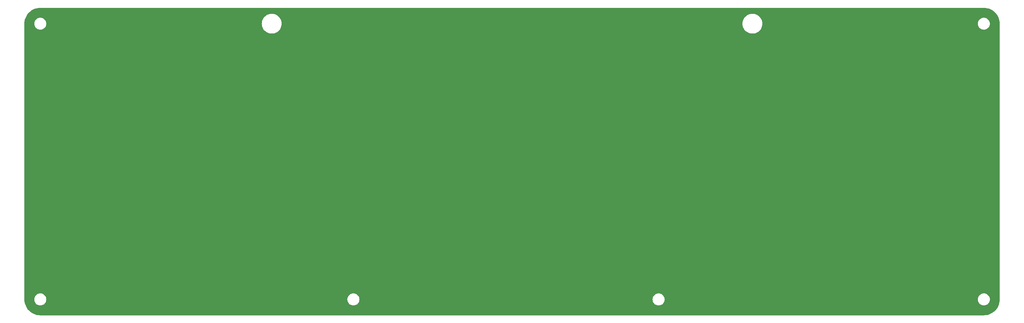
<source format=gbl>
%TF.GenerationSoftware,KiCad,Pcbnew,(6.0.0-0)*%
%TF.CreationDate,2022-04-10T20:25:53+02:00*%
%TF.ProjectId,litl_base,6c69746c-5f62-4617-9365-2e6b69636164,rev?*%
%TF.SameCoordinates,Original*%
%TF.FileFunction,Copper,L2,Bot*%
%TF.FilePolarity,Positive*%
%FSLAX46Y46*%
G04 Gerber Fmt 4.6, Leading zero omitted, Abs format (unit mm)*
G04 Created by KiCad (PCBNEW (6.0.0-0)) date 2022-04-10 20:25:53*
%MOMM*%
%LPD*%
G01*
G04 APERTURE LIST*
G04 APERTURE END LIST*
%TA.AperFunction,NonConductor*%
G36*
X276920057Y-60197000D02*
G01*
X276934858Y-60199305D01*
X276934861Y-60199305D01*
X276943730Y-60200686D01*
X276963626Y-60198084D01*
X276985784Y-60197154D01*
X277337891Y-60213433D01*
X277349480Y-60214507D01*
X277728295Y-60267350D01*
X277739735Y-60269489D01*
X278112059Y-60357058D01*
X278123235Y-60360238D01*
X278304569Y-60421016D01*
X278485894Y-60481790D01*
X278496746Y-60485994D01*
X278846641Y-60640487D01*
X278857059Y-60645675D01*
X279191191Y-60831785D01*
X279201086Y-60837911D01*
X279516636Y-61054068D01*
X279525924Y-61061082D01*
X279820184Y-61305433D01*
X279828784Y-61313274D01*
X280099226Y-61583716D01*
X280107067Y-61592316D01*
X280351418Y-61886576D01*
X280358432Y-61895864D01*
X280574589Y-62211414D01*
X280580715Y-62221309D01*
X280766825Y-62555441D01*
X280772013Y-62565859D01*
X280926506Y-62915754D01*
X280930710Y-62926606D01*
X280991484Y-63107931D01*
X281040199Y-63253273D01*
X281052259Y-63289256D01*
X281055442Y-63300441D01*
X281114493Y-63551512D01*
X281143011Y-63672765D01*
X281145150Y-63684205D01*
X281197993Y-64063020D01*
X281199067Y-64074609D01*
X281215003Y-64419316D01*
X281213638Y-64444515D01*
X281211814Y-64456230D01*
X281212978Y-64465132D01*
X281212978Y-64465135D01*
X281215936Y-64487751D01*
X281217000Y-64504089D01*
X281217000Y-138425672D01*
X281215500Y-138445056D01*
X281211814Y-138468730D01*
X281213279Y-138479930D01*
X281214416Y-138488626D01*
X281215346Y-138510784D01*
X281199067Y-138862891D01*
X281197993Y-138874480D01*
X281145150Y-139253295D01*
X281143011Y-139264735D01*
X281060419Y-139615898D01*
X281055444Y-139637050D01*
X281052262Y-139648235D01*
X281007123Y-139782910D01*
X280930710Y-140010894D01*
X280926506Y-140021746D01*
X280772013Y-140371641D01*
X280766825Y-140382059D01*
X280580715Y-140716191D01*
X280574589Y-140726086D01*
X280358432Y-141041636D01*
X280351418Y-141050924D01*
X280107067Y-141345184D01*
X280099226Y-141353784D01*
X279828784Y-141624226D01*
X279820184Y-141632067D01*
X279525924Y-141876418D01*
X279516636Y-141883432D01*
X279201086Y-142099589D01*
X279191191Y-142105715D01*
X278857059Y-142291825D01*
X278846641Y-142297013D01*
X278496746Y-142451506D01*
X278485894Y-142455710D01*
X278304569Y-142516485D01*
X278123235Y-142577262D01*
X278112059Y-142580442D01*
X277826543Y-142647594D01*
X277739735Y-142668011D01*
X277728295Y-142670150D01*
X277349480Y-142722993D01*
X277337892Y-142724067D01*
X277314632Y-142725142D01*
X276993184Y-142740003D01*
X276967985Y-142738638D01*
X276965142Y-142738195D01*
X276965140Y-142738195D01*
X276956270Y-142736814D01*
X276947368Y-142737978D01*
X276947365Y-142737978D01*
X276924749Y-142740936D01*
X276908411Y-142742000D01*
X23924328Y-142742000D01*
X23904943Y-142740500D01*
X23890142Y-142738195D01*
X23890139Y-142738195D01*
X23881270Y-142736814D01*
X23862105Y-142739320D01*
X23861374Y-142739416D01*
X23839216Y-142740346D01*
X23487109Y-142724067D01*
X23475520Y-142722993D01*
X23096705Y-142670150D01*
X23085265Y-142668011D01*
X22998457Y-142647594D01*
X22712941Y-142580442D01*
X22701765Y-142577262D01*
X22520431Y-142516485D01*
X22339106Y-142455710D01*
X22328254Y-142451506D01*
X21978359Y-142297013D01*
X21967941Y-142291825D01*
X21633809Y-142105715D01*
X21623914Y-142099589D01*
X21308364Y-141883432D01*
X21299076Y-141876418D01*
X21004816Y-141632067D01*
X20996216Y-141624226D01*
X20725774Y-141353784D01*
X20717933Y-141345184D01*
X20473582Y-141050924D01*
X20466568Y-141041636D01*
X20250411Y-140726086D01*
X20244285Y-140716191D01*
X20058175Y-140382059D01*
X20052987Y-140371641D01*
X19898494Y-140021746D01*
X19894290Y-140010894D01*
X19817877Y-139782910D01*
X19772738Y-139648235D01*
X19769556Y-139637050D01*
X19764582Y-139615898D01*
X19681989Y-139264735D01*
X19679850Y-139253295D01*
X19627007Y-138874480D01*
X19625933Y-138862891D01*
X19610170Y-138521926D01*
X19611781Y-138495209D01*
X19612264Y-138492338D01*
X19612264Y-138492333D01*
X19613071Y-138487539D01*
X19613224Y-138475000D01*
X22261526Y-138475000D01*
X22281391Y-138727403D01*
X22282545Y-138732210D01*
X22282546Y-138732216D01*
X22315315Y-138868709D01*
X22340495Y-138973591D01*
X22437384Y-139207502D01*
X22569672Y-139423376D01*
X22734102Y-139615898D01*
X22926624Y-139780328D01*
X23142498Y-139912616D01*
X23147068Y-139914509D01*
X23147072Y-139914511D01*
X23371836Y-140007611D01*
X23376409Y-140009505D01*
X23427397Y-140021746D01*
X23617784Y-140067454D01*
X23617790Y-140067455D01*
X23622597Y-140068609D01*
X23722416Y-140076465D01*
X23809345Y-140083307D01*
X23809352Y-140083307D01*
X23811801Y-140083500D01*
X23938199Y-140083500D01*
X23940648Y-140083307D01*
X23940655Y-140083307D01*
X24027584Y-140076465D01*
X24127403Y-140068609D01*
X24132210Y-140067455D01*
X24132216Y-140067454D01*
X24322603Y-140021746D01*
X24373591Y-140009505D01*
X24378164Y-140007611D01*
X24602928Y-139914511D01*
X24602932Y-139914509D01*
X24607502Y-139912616D01*
X24823376Y-139780328D01*
X25015898Y-139615898D01*
X25180328Y-139423376D01*
X25312616Y-139207502D01*
X25409505Y-138973591D01*
X25434685Y-138868709D01*
X25467454Y-138732216D01*
X25467455Y-138732210D01*
X25468609Y-138727403D01*
X25488474Y-138475000D01*
X106240626Y-138475000D01*
X106260491Y-138727403D01*
X106261645Y-138732210D01*
X106261646Y-138732216D01*
X106294415Y-138868709D01*
X106319595Y-138973591D01*
X106416484Y-139207502D01*
X106548772Y-139423376D01*
X106713202Y-139615898D01*
X106905724Y-139780328D01*
X107121598Y-139912616D01*
X107126168Y-139914509D01*
X107126172Y-139914511D01*
X107350936Y-140007611D01*
X107355509Y-140009505D01*
X107406497Y-140021746D01*
X107596884Y-140067454D01*
X107596890Y-140067455D01*
X107601697Y-140068609D01*
X107701516Y-140076465D01*
X107788445Y-140083307D01*
X107788452Y-140083307D01*
X107790901Y-140083500D01*
X107917299Y-140083500D01*
X107919748Y-140083307D01*
X107919755Y-140083307D01*
X108006684Y-140076465D01*
X108106503Y-140068609D01*
X108111310Y-140067455D01*
X108111316Y-140067454D01*
X108301703Y-140021746D01*
X108352691Y-140009505D01*
X108357264Y-140007611D01*
X108582028Y-139914511D01*
X108582032Y-139914509D01*
X108586602Y-139912616D01*
X108802476Y-139780328D01*
X108994998Y-139615898D01*
X109159428Y-139423376D01*
X109291716Y-139207502D01*
X109388605Y-138973591D01*
X109413785Y-138868709D01*
X109446554Y-138732216D01*
X109446555Y-138732210D01*
X109447709Y-138727403D01*
X109467574Y-138475000D01*
X188107326Y-138475000D01*
X188127191Y-138727403D01*
X188128345Y-138732210D01*
X188128346Y-138732216D01*
X188161115Y-138868709D01*
X188186295Y-138973591D01*
X188283184Y-139207502D01*
X188415472Y-139423376D01*
X188579902Y-139615898D01*
X188772424Y-139780328D01*
X188988298Y-139912616D01*
X188992868Y-139914509D01*
X188992872Y-139914511D01*
X189217636Y-140007611D01*
X189222209Y-140009505D01*
X189273197Y-140021746D01*
X189463584Y-140067454D01*
X189463590Y-140067455D01*
X189468397Y-140068609D01*
X189568216Y-140076465D01*
X189655145Y-140083307D01*
X189655152Y-140083307D01*
X189657601Y-140083500D01*
X189783999Y-140083500D01*
X189786448Y-140083307D01*
X189786455Y-140083307D01*
X189873384Y-140076465D01*
X189973203Y-140068609D01*
X189978010Y-140067455D01*
X189978016Y-140067454D01*
X190168403Y-140021746D01*
X190219391Y-140009505D01*
X190223964Y-140007611D01*
X190448728Y-139914511D01*
X190448732Y-139914509D01*
X190453302Y-139912616D01*
X190669176Y-139780328D01*
X190861698Y-139615898D01*
X191026128Y-139423376D01*
X191158416Y-139207502D01*
X191255305Y-138973591D01*
X191280485Y-138868709D01*
X191313254Y-138732216D01*
X191313255Y-138732210D01*
X191314409Y-138727403D01*
X191334274Y-138475000D01*
X275336526Y-138475000D01*
X275356391Y-138727403D01*
X275357545Y-138732210D01*
X275357546Y-138732216D01*
X275390315Y-138868709D01*
X275415495Y-138973591D01*
X275512384Y-139207502D01*
X275644672Y-139423376D01*
X275809102Y-139615898D01*
X276001624Y-139780328D01*
X276217498Y-139912616D01*
X276222068Y-139914509D01*
X276222072Y-139914511D01*
X276446836Y-140007611D01*
X276451409Y-140009505D01*
X276502397Y-140021746D01*
X276692784Y-140067454D01*
X276692790Y-140067455D01*
X276697597Y-140068609D01*
X276797416Y-140076465D01*
X276884345Y-140083307D01*
X276884352Y-140083307D01*
X276886801Y-140083500D01*
X277013199Y-140083500D01*
X277015648Y-140083307D01*
X277015655Y-140083307D01*
X277102584Y-140076465D01*
X277202403Y-140068609D01*
X277207210Y-140067455D01*
X277207216Y-140067454D01*
X277397603Y-140021746D01*
X277448591Y-140009505D01*
X277453164Y-140007611D01*
X277677928Y-139914511D01*
X277677932Y-139914509D01*
X277682502Y-139912616D01*
X277898376Y-139780328D01*
X278090898Y-139615898D01*
X278255328Y-139423376D01*
X278387616Y-139207502D01*
X278484505Y-138973591D01*
X278509685Y-138868709D01*
X278542454Y-138732216D01*
X278542455Y-138732210D01*
X278543609Y-138727403D01*
X278563474Y-138475000D01*
X278543609Y-138222597D01*
X278484505Y-137976409D01*
X278387616Y-137742498D01*
X278255328Y-137526624D01*
X278090898Y-137334102D01*
X277898376Y-137169672D01*
X277682502Y-137037384D01*
X277677932Y-137035491D01*
X277677928Y-137035489D01*
X277453164Y-136942389D01*
X277453162Y-136942388D01*
X277448591Y-136940495D01*
X277363968Y-136920179D01*
X277207216Y-136882546D01*
X277207210Y-136882545D01*
X277202403Y-136881391D01*
X277102584Y-136873535D01*
X277015655Y-136866693D01*
X277015648Y-136866693D01*
X277013199Y-136866500D01*
X276886801Y-136866500D01*
X276884352Y-136866693D01*
X276884345Y-136866693D01*
X276797416Y-136873535D01*
X276697597Y-136881391D01*
X276692790Y-136882545D01*
X276692784Y-136882546D01*
X276536032Y-136920179D01*
X276451409Y-136940495D01*
X276446838Y-136942388D01*
X276446836Y-136942389D01*
X276222072Y-137035489D01*
X276222068Y-137035491D01*
X276217498Y-137037384D01*
X276001624Y-137169672D01*
X275809102Y-137334102D01*
X275644672Y-137526624D01*
X275512384Y-137742498D01*
X275415495Y-137976409D01*
X275356391Y-138222597D01*
X275336526Y-138475000D01*
X191334274Y-138475000D01*
X191314409Y-138222597D01*
X191255305Y-137976409D01*
X191158416Y-137742498D01*
X191026128Y-137526624D01*
X190861698Y-137334102D01*
X190669176Y-137169672D01*
X190453302Y-137037384D01*
X190448732Y-137035491D01*
X190448728Y-137035489D01*
X190223964Y-136942389D01*
X190223962Y-136942388D01*
X190219391Y-136940495D01*
X190134768Y-136920179D01*
X189978016Y-136882546D01*
X189978010Y-136882545D01*
X189973203Y-136881391D01*
X189873384Y-136873535D01*
X189786455Y-136866693D01*
X189786448Y-136866693D01*
X189783999Y-136866500D01*
X189657601Y-136866500D01*
X189655152Y-136866693D01*
X189655145Y-136866693D01*
X189568216Y-136873535D01*
X189468397Y-136881391D01*
X189463590Y-136882545D01*
X189463584Y-136882546D01*
X189306832Y-136920179D01*
X189222209Y-136940495D01*
X189217638Y-136942388D01*
X189217636Y-136942389D01*
X188992872Y-137035489D01*
X188992868Y-137035491D01*
X188988298Y-137037384D01*
X188772424Y-137169672D01*
X188579902Y-137334102D01*
X188415472Y-137526624D01*
X188283184Y-137742498D01*
X188186295Y-137976409D01*
X188127191Y-138222597D01*
X188107326Y-138475000D01*
X109467574Y-138475000D01*
X109447709Y-138222597D01*
X109388605Y-137976409D01*
X109291716Y-137742498D01*
X109159428Y-137526624D01*
X108994998Y-137334102D01*
X108802476Y-137169672D01*
X108586602Y-137037384D01*
X108582032Y-137035491D01*
X108582028Y-137035489D01*
X108357264Y-136942389D01*
X108357262Y-136942388D01*
X108352691Y-136940495D01*
X108268068Y-136920179D01*
X108111316Y-136882546D01*
X108111310Y-136882545D01*
X108106503Y-136881391D01*
X108006684Y-136873535D01*
X107919755Y-136866693D01*
X107919748Y-136866693D01*
X107917299Y-136866500D01*
X107790901Y-136866500D01*
X107788452Y-136866693D01*
X107788445Y-136866693D01*
X107701516Y-136873535D01*
X107601697Y-136881391D01*
X107596890Y-136882545D01*
X107596884Y-136882546D01*
X107440132Y-136920179D01*
X107355509Y-136940495D01*
X107350938Y-136942388D01*
X107350936Y-136942389D01*
X107126172Y-137035489D01*
X107126168Y-137035491D01*
X107121598Y-137037384D01*
X106905724Y-137169672D01*
X106713202Y-137334102D01*
X106548772Y-137526624D01*
X106416484Y-137742498D01*
X106319595Y-137976409D01*
X106260491Y-138222597D01*
X106240626Y-138475000D01*
X25488474Y-138475000D01*
X25468609Y-138222597D01*
X25409505Y-137976409D01*
X25312616Y-137742498D01*
X25180328Y-137526624D01*
X25015898Y-137334102D01*
X24823376Y-137169672D01*
X24607502Y-137037384D01*
X24602932Y-137035491D01*
X24602928Y-137035489D01*
X24378164Y-136942389D01*
X24378162Y-136942388D01*
X24373591Y-136940495D01*
X24288968Y-136920179D01*
X24132216Y-136882546D01*
X24132210Y-136882545D01*
X24127403Y-136881391D01*
X24027584Y-136873535D01*
X23940655Y-136866693D01*
X23940648Y-136866693D01*
X23938199Y-136866500D01*
X23811801Y-136866500D01*
X23809352Y-136866693D01*
X23809345Y-136866693D01*
X23722416Y-136873535D01*
X23622597Y-136881391D01*
X23617790Y-136882545D01*
X23617784Y-136882546D01*
X23461032Y-136920179D01*
X23376409Y-136940495D01*
X23371838Y-136942388D01*
X23371836Y-136942389D01*
X23147072Y-137035489D01*
X23147068Y-137035491D01*
X23142498Y-137037384D01*
X22926624Y-137169672D01*
X22734102Y-137334102D01*
X22569672Y-137526624D01*
X22437384Y-137742498D01*
X22340495Y-137976409D01*
X22281391Y-138222597D01*
X22261526Y-138475000D01*
X19613224Y-138475000D01*
X19609273Y-138447412D01*
X19608000Y-138429549D01*
X19608000Y-64515707D01*
X19609746Y-64494803D01*
X19612264Y-64479835D01*
X19613071Y-64475039D01*
X19613224Y-64462500D01*
X22261526Y-64462500D01*
X22281391Y-64714903D01*
X22282545Y-64719710D01*
X22282546Y-64719716D01*
X22308869Y-64829360D01*
X22340495Y-64961091D01*
X22342388Y-64965662D01*
X22342389Y-64965664D01*
X22382156Y-65061669D01*
X22437384Y-65195002D01*
X22569672Y-65410876D01*
X22734102Y-65603398D01*
X22926624Y-65767828D01*
X23142498Y-65900116D01*
X23147068Y-65902009D01*
X23147072Y-65902011D01*
X23371836Y-65995111D01*
X23376409Y-65997005D01*
X23461032Y-66017321D01*
X23617784Y-66054954D01*
X23617790Y-66054955D01*
X23622597Y-66056109D01*
X23722416Y-66063965D01*
X23809345Y-66070807D01*
X23809352Y-66070807D01*
X23811801Y-66071000D01*
X23938199Y-66071000D01*
X23940648Y-66070807D01*
X23940655Y-66070807D01*
X24027584Y-66063965D01*
X24127403Y-66056109D01*
X24132210Y-66054955D01*
X24132216Y-66054954D01*
X24288968Y-66017321D01*
X24373591Y-65997005D01*
X24378164Y-65995111D01*
X24602928Y-65902011D01*
X24602932Y-65902009D01*
X24607502Y-65900116D01*
X24823376Y-65767828D01*
X25015898Y-65603398D01*
X25180328Y-65410876D01*
X25312616Y-65195002D01*
X25367845Y-65061669D01*
X25407611Y-64965664D01*
X25407612Y-64965662D01*
X25409505Y-64961091D01*
X25441131Y-64829360D01*
X25467454Y-64719716D01*
X25467455Y-64719710D01*
X25468609Y-64714903D01*
X25484815Y-64508985D01*
X83286854Y-64508985D01*
X83287156Y-64512820D01*
X83305108Y-64740917D01*
X83312370Y-64833195D01*
X83377206Y-65151878D01*
X83480398Y-65460284D01*
X83620405Y-65753816D01*
X83622467Y-65757053D01*
X83622470Y-65757058D01*
X83685099Y-65855365D01*
X83795141Y-66028097D01*
X83797584Y-66031060D01*
X83797585Y-66031062D01*
X83947308Y-66212690D01*
X84002001Y-66279038D01*
X84237902Y-66502899D01*
X84499326Y-66696343D01*
X84640851Y-66776414D01*
X84779019Y-66854586D01*
X84779023Y-66854588D01*
X84782376Y-66856485D01*
X85082832Y-66980938D01*
X85186288Y-67009629D01*
X85392500Y-67066817D01*
X85392508Y-67066819D01*
X85396216Y-67067847D01*
X85717856Y-67115916D01*
X85721154Y-67116060D01*
X85832918Y-67120940D01*
X85832922Y-67120940D01*
X85834294Y-67121000D01*
X86032598Y-67121000D01*
X86274605Y-67106198D01*
X86278388Y-67105497D01*
X86278395Y-67105496D01*
X86478459Y-67068416D01*
X86594372Y-67046933D01*
X86803682Y-66980938D01*
X86900860Y-66950298D01*
X86900863Y-66950297D01*
X86904532Y-66949140D01*
X86908029Y-66947546D01*
X86908035Y-66947544D01*
X87196954Y-66815876D01*
X87196958Y-66815874D01*
X87200462Y-66814277D01*
X87477751Y-66644354D01*
X87480755Y-66641964D01*
X87480760Y-66641961D01*
X87605007Y-66543130D01*
X87732264Y-66441905D01*
X87734958Y-66439164D01*
X87734962Y-66439160D01*
X87957513Y-66212690D01*
X87957517Y-66212685D01*
X87960208Y-66209947D01*
X88158185Y-65951939D01*
X88323242Y-65671727D01*
X88452920Y-65373488D01*
X88545285Y-65061669D01*
X88598961Y-64740917D01*
X88609087Y-64508985D01*
X212211854Y-64508985D01*
X212212156Y-64512820D01*
X212230108Y-64740917D01*
X212237370Y-64833195D01*
X212302206Y-65151878D01*
X212405398Y-65460284D01*
X212545405Y-65753816D01*
X212547467Y-65757053D01*
X212547470Y-65757058D01*
X212610099Y-65855365D01*
X212720141Y-66028097D01*
X212722584Y-66031060D01*
X212722585Y-66031062D01*
X212872308Y-66212690D01*
X212927001Y-66279038D01*
X213162902Y-66502899D01*
X213424326Y-66696343D01*
X213565851Y-66776414D01*
X213704019Y-66854586D01*
X213704023Y-66854588D01*
X213707376Y-66856485D01*
X214007832Y-66980938D01*
X214111288Y-67009629D01*
X214317500Y-67066817D01*
X214317508Y-67066819D01*
X214321216Y-67067847D01*
X214642856Y-67115916D01*
X214646154Y-67116060D01*
X214757918Y-67120940D01*
X214757922Y-67120940D01*
X214759294Y-67121000D01*
X214957598Y-67121000D01*
X215199605Y-67106198D01*
X215203388Y-67105497D01*
X215203395Y-67105496D01*
X215403459Y-67068416D01*
X215519372Y-67046933D01*
X215728682Y-66980938D01*
X215825860Y-66950298D01*
X215825863Y-66950297D01*
X215829532Y-66949140D01*
X215833029Y-66947546D01*
X215833035Y-66947544D01*
X216121954Y-66815876D01*
X216121958Y-66815874D01*
X216125462Y-66814277D01*
X216402751Y-66644354D01*
X216405755Y-66641964D01*
X216405760Y-66641961D01*
X216530007Y-66543130D01*
X216657264Y-66441905D01*
X216659958Y-66439164D01*
X216659962Y-66439160D01*
X216882513Y-66212690D01*
X216882517Y-66212685D01*
X216885208Y-66209947D01*
X217083185Y-65951939D01*
X217248242Y-65671727D01*
X217377920Y-65373488D01*
X217470285Y-65061669D01*
X217523961Y-64740917D01*
X217536116Y-64462500D01*
X275336526Y-64462500D01*
X275356391Y-64714903D01*
X275357545Y-64719710D01*
X275357546Y-64719716D01*
X275383869Y-64829360D01*
X275415495Y-64961091D01*
X275417388Y-64965662D01*
X275417389Y-64965664D01*
X275457156Y-65061669D01*
X275512384Y-65195002D01*
X275644672Y-65410876D01*
X275809102Y-65603398D01*
X276001624Y-65767828D01*
X276217498Y-65900116D01*
X276222068Y-65902009D01*
X276222072Y-65902011D01*
X276446836Y-65995111D01*
X276451409Y-65997005D01*
X276536032Y-66017321D01*
X276692784Y-66054954D01*
X276692790Y-66054955D01*
X276697597Y-66056109D01*
X276797416Y-66063965D01*
X276884345Y-66070807D01*
X276884352Y-66070807D01*
X276886801Y-66071000D01*
X277013199Y-66071000D01*
X277015648Y-66070807D01*
X277015655Y-66070807D01*
X277102584Y-66063965D01*
X277202403Y-66056109D01*
X277207210Y-66054955D01*
X277207216Y-66054954D01*
X277363968Y-66017321D01*
X277448591Y-65997005D01*
X277453164Y-65995111D01*
X277677928Y-65902011D01*
X277677932Y-65902009D01*
X277682502Y-65900116D01*
X277898376Y-65767828D01*
X278090898Y-65603398D01*
X278255328Y-65410876D01*
X278387616Y-65195002D01*
X278442845Y-65061669D01*
X278482611Y-64965664D01*
X278482612Y-64965662D01*
X278484505Y-64961091D01*
X278516131Y-64829360D01*
X278542454Y-64719716D01*
X278542455Y-64719710D01*
X278543609Y-64714903D01*
X278563474Y-64462500D01*
X278543609Y-64210097D01*
X278536452Y-64180283D01*
X278485660Y-63968721D01*
X278484505Y-63963909D01*
X278444417Y-63867127D01*
X278389511Y-63734572D01*
X278389509Y-63734568D01*
X278387616Y-63729998D01*
X278255328Y-63514124D01*
X278090898Y-63321602D01*
X277898376Y-63157172D01*
X277682502Y-63024884D01*
X277677932Y-63022991D01*
X277677928Y-63022989D01*
X277453164Y-62929889D01*
X277453162Y-62929888D01*
X277448591Y-62927995D01*
X277332595Y-62900147D01*
X277207216Y-62870046D01*
X277207210Y-62870045D01*
X277202403Y-62868891D01*
X277102584Y-62861035D01*
X277015655Y-62854193D01*
X277015648Y-62854193D01*
X277013199Y-62854000D01*
X276886801Y-62854000D01*
X276884352Y-62854193D01*
X276884345Y-62854193D01*
X276797416Y-62861035D01*
X276697597Y-62868891D01*
X276692790Y-62870045D01*
X276692784Y-62870046D01*
X276567405Y-62900147D01*
X276451409Y-62927995D01*
X276446838Y-62929888D01*
X276446836Y-62929889D01*
X276222072Y-63022989D01*
X276222068Y-63022991D01*
X276217498Y-63024884D01*
X276001624Y-63157172D01*
X275809102Y-63321602D01*
X275644672Y-63514124D01*
X275512384Y-63729998D01*
X275510491Y-63734568D01*
X275510489Y-63734572D01*
X275455583Y-63867127D01*
X275415495Y-63963909D01*
X275414340Y-63968721D01*
X275363549Y-64180283D01*
X275356391Y-64210097D01*
X275336526Y-64462500D01*
X217536116Y-64462500D01*
X217538146Y-64416015D01*
X217521561Y-64205284D01*
X217512932Y-64095640D01*
X217512932Y-64095637D01*
X217512630Y-64091805D01*
X217447794Y-63773122D01*
X217344602Y-63464716D01*
X217204595Y-63171184D01*
X217195669Y-63157172D01*
X217111392Y-63024884D01*
X217029859Y-62896903D01*
X216994652Y-62854193D01*
X216825442Y-62648925D01*
X216825438Y-62648920D01*
X216822999Y-62645962D01*
X216587098Y-62422101D01*
X216325674Y-62228657D01*
X216120781Y-62112734D01*
X216045981Y-62070414D01*
X216045977Y-62070412D01*
X216042624Y-62068515D01*
X215742168Y-61944062D01*
X215638712Y-61915371D01*
X215432500Y-61858183D01*
X215432492Y-61858181D01*
X215428784Y-61857153D01*
X215107144Y-61809084D01*
X215103846Y-61808940D01*
X214992082Y-61804060D01*
X214992078Y-61804060D01*
X214990706Y-61804000D01*
X214792402Y-61804000D01*
X214550395Y-61818802D01*
X214546612Y-61819503D01*
X214546605Y-61819504D01*
X214390512Y-61848434D01*
X214230628Y-61878067D01*
X214046058Y-61936262D01*
X213924140Y-61974702D01*
X213924137Y-61974703D01*
X213920468Y-61975860D01*
X213916971Y-61977454D01*
X213916965Y-61977456D01*
X213628046Y-62109124D01*
X213628042Y-62109126D01*
X213624538Y-62110723D01*
X213347249Y-62280646D01*
X213344245Y-62283036D01*
X213344240Y-62283039D01*
X213274480Y-62338529D01*
X213092736Y-62483095D01*
X213090042Y-62485836D01*
X213090038Y-62485840D01*
X212867487Y-62712310D01*
X212867483Y-62712315D01*
X212864792Y-62715053D01*
X212666815Y-62973061D01*
X212501758Y-63253273D01*
X212372080Y-63551512D01*
X212279715Y-63863331D01*
X212226039Y-64184083D01*
X212211854Y-64508985D01*
X88609087Y-64508985D01*
X88613146Y-64416015D01*
X88596561Y-64205284D01*
X88587932Y-64095640D01*
X88587932Y-64095637D01*
X88587630Y-64091805D01*
X88522794Y-63773122D01*
X88419602Y-63464716D01*
X88279595Y-63171184D01*
X88270669Y-63157172D01*
X88186392Y-63024884D01*
X88104859Y-62896903D01*
X88069652Y-62854193D01*
X87900442Y-62648925D01*
X87900438Y-62648920D01*
X87897999Y-62645962D01*
X87662098Y-62422101D01*
X87400674Y-62228657D01*
X87195781Y-62112734D01*
X87120981Y-62070414D01*
X87120977Y-62070412D01*
X87117624Y-62068515D01*
X86817168Y-61944062D01*
X86713712Y-61915371D01*
X86507500Y-61858183D01*
X86507492Y-61858181D01*
X86503784Y-61857153D01*
X86182144Y-61809084D01*
X86178846Y-61808940D01*
X86067082Y-61804060D01*
X86067078Y-61804060D01*
X86065706Y-61804000D01*
X85867402Y-61804000D01*
X85625395Y-61818802D01*
X85621612Y-61819503D01*
X85621605Y-61819504D01*
X85465512Y-61848434D01*
X85305628Y-61878067D01*
X85121058Y-61936262D01*
X84999140Y-61974702D01*
X84999137Y-61974703D01*
X84995468Y-61975860D01*
X84991971Y-61977454D01*
X84991965Y-61977456D01*
X84703046Y-62109124D01*
X84703042Y-62109126D01*
X84699538Y-62110723D01*
X84422249Y-62280646D01*
X84419245Y-62283036D01*
X84419240Y-62283039D01*
X84349480Y-62338529D01*
X84167736Y-62483095D01*
X84165042Y-62485836D01*
X84165038Y-62485840D01*
X83942487Y-62712310D01*
X83942483Y-62712315D01*
X83939792Y-62715053D01*
X83741815Y-62973061D01*
X83576758Y-63253273D01*
X83447080Y-63551512D01*
X83354715Y-63863331D01*
X83301039Y-64184083D01*
X83286854Y-64508985D01*
X25484815Y-64508985D01*
X25488474Y-64462500D01*
X25468609Y-64210097D01*
X25461452Y-64180283D01*
X25410660Y-63968721D01*
X25409505Y-63963909D01*
X25369417Y-63867127D01*
X25314511Y-63734572D01*
X25314509Y-63734568D01*
X25312616Y-63729998D01*
X25180328Y-63514124D01*
X25015898Y-63321602D01*
X24823376Y-63157172D01*
X24607502Y-63024884D01*
X24602932Y-63022991D01*
X24602928Y-63022989D01*
X24378164Y-62929889D01*
X24378162Y-62929888D01*
X24373591Y-62927995D01*
X24257595Y-62900147D01*
X24132216Y-62870046D01*
X24132210Y-62870045D01*
X24127403Y-62868891D01*
X24027584Y-62861035D01*
X23940655Y-62854193D01*
X23940648Y-62854193D01*
X23938199Y-62854000D01*
X23811801Y-62854000D01*
X23809352Y-62854193D01*
X23809345Y-62854193D01*
X23722416Y-62861035D01*
X23622597Y-62868891D01*
X23617790Y-62870045D01*
X23617784Y-62870046D01*
X23492405Y-62900147D01*
X23376409Y-62927995D01*
X23371838Y-62929888D01*
X23371836Y-62929889D01*
X23147072Y-63022989D01*
X23147068Y-63022991D01*
X23142498Y-63024884D01*
X22926624Y-63157172D01*
X22734102Y-63321602D01*
X22569672Y-63514124D01*
X22437384Y-63729998D01*
X22435491Y-63734568D01*
X22435489Y-63734572D01*
X22380583Y-63867127D01*
X22340495Y-63963909D01*
X22339340Y-63968721D01*
X22288549Y-64180283D01*
X22281391Y-64210097D01*
X22261526Y-64462500D01*
X19613224Y-64462500D01*
X19610963Y-64446710D01*
X19609825Y-64423036D01*
X19625933Y-64074609D01*
X19627007Y-64063020D01*
X19679850Y-63684205D01*
X19681989Y-63672765D01*
X19710507Y-63551512D01*
X19769558Y-63300441D01*
X19772741Y-63289256D01*
X19784802Y-63253273D01*
X19833515Y-63107931D01*
X19894290Y-62926606D01*
X19898494Y-62915754D01*
X20052987Y-62565859D01*
X20058175Y-62555441D01*
X20244285Y-62221309D01*
X20250411Y-62211414D01*
X20466568Y-61895864D01*
X20473582Y-61886576D01*
X20717933Y-61592316D01*
X20725774Y-61583716D01*
X20996216Y-61313274D01*
X21004816Y-61305433D01*
X21299076Y-61061082D01*
X21308364Y-61054068D01*
X21623914Y-60837911D01*
X21633809Y-60831785D01*
X21967941Y-60645675D01*
X21978359Y-60640487D01*
X22328254Y-60485994D01*
X22339106Y-60481790D01*
X22520431Y-60421016D01*
X22701765Y-60360238D01*
X22712941Y-60357058D01*
X23085265Y-60269489D01*
X23096705Y-60267350D01*
X23475520Y-60214507D01*
X23487108Y-60213433D01*
X23510368Y-60212358D01*
X23831816Y-60197497D01*
X23857015Y-60198862D01*
X23859858Y-60199305D01*
X23859860Y-60199305D01*
X23868730Y-60200686D01*
X23877632Y-60199522D01*
X23877635Y-60199522D01*
X23900251Y-60196564D01*
X23916589Y-60195500D01*
X276900672Y-60195500D01*
X276920057Y-60197000D01*
G37*
%TD.AperFunction*%
M02*

</source>
